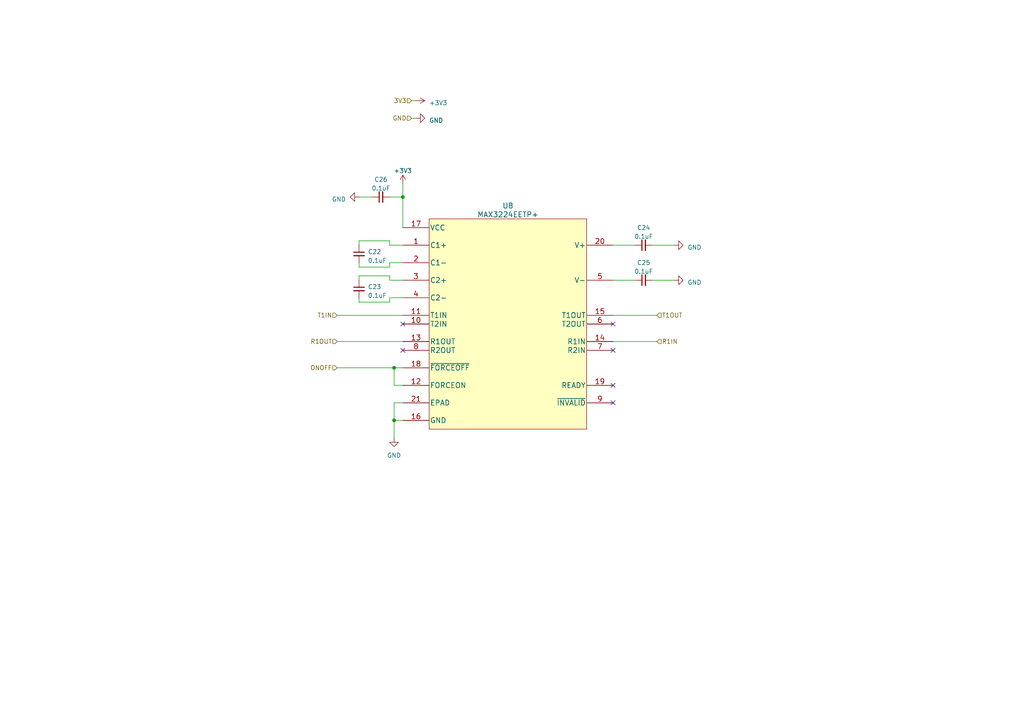
<source format=kicad_sch>
(kicad_sch (version 20230121) (generator eeschema)
  (paper "A4")
  (lib_symbols
    (symbol "Device:C_Small" (pin_numbers hide) (pin_names (offset 0.254) hide)
      (property "Reference" "C" (at 0.254 1.778 0))
      (property "Value" "C_Small" (at 0.254 -2.032 0))
      (symbol "C_Small_0_1"
        (polyline (pts (xy -1.524 -0.508) (xy 1.524 -0.508)) (stroke (width 0.3302)))
        (polyline (pts (xy -1.524 0.508) (xy 1.524 0.508)) (stroke (width 0.3048)))
      )
      (symbol "C_Small_1_1"
        (pin passive line (at 0 2.54 270) (length 2.032) (name "~") (number "1"))
        (pin passive line (at 0 -2.54 90) (length 2.032) (name "~") (number "2"))
      )
    )
    (symbol "asvco2-board:MAX3224EETP+" (pin_names (offset 0.254))
      (property "Reference" "U8" (at 30.48 6.35 0))
      (property "Value" "MAX3224EETP+" (at 30.48 3.81 0))
      (symbol "MAX3224EETP+_1_1"
        (rectangle (start 7.62 2.54) (end 53.34 -58.42) (fill (type background)))
        (pin power_out line (at 0 -5.08 0) (length 7.62) (name "C1+") (number "1"))
        (pin input line (at 0 -27.94 0) (length 7.62) (name "T2IN") (number "10"))
        (pin input line (at 0 -25.4 0) (length 7.62) (name "T1IN") (number "11"))
        (pin input line (at 0 -45.72 0) (length 7.62) (name "FORCEON") (number "12"))
        (pin output line (at 0 -33.02 0) (length 7.62) (name "R1OUT") (number "13"))
        (pin input line (at 60.96 -33.02 180) (length 7.62) (name "R1IN") (number "14"))
        (pin output line (at 60.96 -25.4 180) (length 7.62) (name "T1OUT") (number "15"))
        (pin power_in line (at 0 -55.88 0) (length 7.62) (name "GND") (number "16"))
        (pin power_in line (at 0 0 0) (length 7.62) (name "VCC") (number "17"))
        (pin input line (at 0 -40.64 0) (length 7.62) (name "~{FORCEOFF}") (number "18"))
        (pin output line (at 60.96 -45.72 180) (length 7.62) (name "READY") (number "19"))
        (pin power_out line (at 0 -10.16 0) (length 7.62) (name "C1-") (number "2"))
        (pin power_out line (at 60.96 -5.08 180) (length 7.62) (name "V+") (number "20"))
        (pin passive line (at 0 -50.8 0) (length 7.62) (name "EPAD") (number "21"))
        (pin power_out line (at 0 -15.24 0) (length 7.62) (name "C2+") (number "3"))
        (pin power_out line (at 0 -20.32 0) (length 7.62) (name "C2-") (number "4"))
        (pin power_out line (at 60.96 -15.24 180) (length 7.62) (name "V-") (number "5"))
        (pin output line (at 60.96 -27.94 180) (length 7.62) (name "T2OUT") (number "6"))
        (pin input line (at 60.96 -35.56 180) (length 7.62) (name "R2IN") (number "7"))
        (pin output line (at 0 -35.56 0) (length 7.62) (name "R2OUT") (number "8"))
        (pin output line (at 60.96 -50.8 180) (length 7.62) (name "~{INVALID}") (number "9"))
      )
    )
    (symbol "power:+3V3" (power) (pin_names (offset 0))
      (property "Value" "+3V3" (at 0 3.556 0))
      (symbol "+3V3_0_1"
        (polyline (pts (xy -0.762 1.27) (xy 0 2.54)))
        (polyline (pts (xy 0 0) (xy 0 2.54)))
        (polyline (pts (xy 0 2.54) (xy 0.762 1.27)))
      )
      (symbol "+3V3_1_1"
        (pin power_in line (at 0 0 90) (length 0) hide (name "+3V3") (number "1"))
      )
    )
    (symbol "power:GND" (power) (pin_names (offset 0))
      (property "Value" "GND" (at 0 -3.81 0))
      (symbol "GND_0_1"
        (polyline (pts (xy 0 0) (xy 0 -1.27) (xy 1.27 -1.27) (xy 0 -2.54) (xy -1.27 -1.27) (xy 0 -1.27)))
      )
      (symbol "GND_1_1"
        (pin power_in line (at 0 0 270) (length 0) hide (name "GND") (number "1"))
      )
    )
  )
  (junction (at 116.84 57.15))
  (junction (at 114.3 106.68))
  (junction (at 114.3 121.92))
  (no_connect (at 116.84 93.98))
  (no_connect (at 116.84 101.6))
  (no_connect (at 177.8 101.6))
  (no_connect (at 177.8 111.76))
  (no_connect (at 177.8 93.98))
  (no_connect (at 177.8 116.84))
  (wire (pts (xy 104.14 69.85) (xy 113.03 69.85)))
  (wire (pts (xy 113.03 87.63) (xy 104.14 87.63)))
  (wire (pts (xy 113.03 69.85) (xy 113.03 71.12)))
  (wire (pts (xy 97.79 106.68) (xy 114.3 106.68)))
  (wire (pts (xy 114.3 121.92) (xy 116.84 121.92)))
  (wire (pts (xy 97.79 91.44) (xy 116.84 91.44)))
  (wire (pts (xy 114.3 106.68) (xy 116.84 106.68)))
  (wire (pts (xy 114.3 116.84) (xy 114.3 121.92)))
  (wire (pts (xy 114.3 111.76) (xy 116.84 111.76)))
  (wire (pts (xy 114.3 116.84) (xy 116.84 116.84)))
  (wire (pts (xy 113.03 86.36) (xy 113.03 87.63)))
  (wire (pts (xy 97.79 99.06) (xy 116.84 99.06)))
  (wire (pts (xy 113.03 57.15) (xy 116.84 57.15)))
  (wire (pts (xy 116.84 86.36) (xy 113.03 86.36)))
  (wire (pts (xy 114.3 121.92) (xy 114.3 127)))
  (wire (pts (xy 113.03 80.01) (xy 113.03 81.28)))
  (wire (pts (xy 116.84 53.34) (xy 116.84 57.15)))
  (wire (pts (xy 116.84 57.15) (xy 116.84 66.04)))
  (wire (pts (xy 116.84 76.2) (xy 113.03 76.2)))
  (wire (pts (xy 177.8 99.06) (xy 190.5 99.06)))
  (wire (pts (xy 104.14 71.12) (xy 104.14 69.85)))
  (wire (pts (xy 104.14 81.28) (xy 104.14 80.01)))
  (wire (pts (xy 114.3 106.68) (xy 114.3 111.76)))
  (wire (pts (xy 104.14 57.15) (xy 107.95 57.15)))
  (wire (pts (xy 113.03 71.12) (xy 116.84 71.12)))
  (wire (pts (xy 189.23 71.12) (xy 195.58 71.12)))
  (wire (pts (xy 113.03 77.47) (xy 104.14 77.47)))
  (wire (pts (xy 119.38 29.21) (xy 120.65 29.21)))
  (wire (pts (xy 113.03 76.2) (xy 113.03 77.47)))
  (wire (pts (xy 177.8 91.44) (xy 190.5 91.44)))
  (wire (pts (xy 104.14 80.01) (xy 113.03 80.01)))
  (wire (pts (xy 177.8 71.12) (xy 184.15 71.12)))
  (wire (pts (xy 189.23 81.28) (xy 195.58 81.28)))
  (wire (pts (xy 119.38 34.29) (xy 120.65 34.29)))
  (wire (pts (xy 104.14 77.47) (xy 104.14 76.2)))
  (wire (pts (xy 177.8 81.28) (xy 184.15 81.28)))
  (wire (pts (xy 104.14 87.63) (xy 104.14 86.36)))
  (wire (pts (xy 113.03 81.28) (xy 116.84 81.28)))
  (hierarchical_label "T1IN" (shape input) (at 97.79 91.44 180))
  (hierarchical_label "ONOFF" (shape input) (at 97.79 106.68 180))
  (hierarchical_label "R1IN" (shape input) (at 190.5 99.06 0))
  (hierarchical_label "T1OUT" (shape input) (at 190.5 91.44 0))
  (hierarchical_label "3V3" (shape input) (at 119.38 29.21 180))
  (hierarchical_label "R1OUT" (shape input) (at 97.79 99.06 180))
  (hierarchical_label "GND" (shape input) (at 119.38 34.29 180))
  (symbol (lib_id "asvco2-board:MAX3224EETP+") (at 116.84 66.04 0) (unit 1)
    (property "Reference" "U8" (at 147.32 59.69 0) (effects (font (size 1.524 1.524))))
    (property "Value" "MAX3224EETP+" (at 147.32 62.23 0) (effects (font (size 1.524 1.524))))
    (property "Footprint" "asvco2-board:MAX3224EETP+" (effects hide))
    (property "MPN" "MAX3224EETP+" (effects hide))
  )
  (symbol (lib_id "power:GND") (at 195.58 71.12 90) (unit 1)
    (property "Reference" "#PWR057" (effects hide))
    (property "Value" "GND" (at 199.39 71.755 90) (effects (justify right)))
  )
  (symbol (lib_id "power:+3V3") (at 116.84 53.34 0) (unit 1)
    (property "Reference" "#PWR066" (effects hide))
    (property "Value" "+3V3" (at 116.84 49.53 0))
  )
  (symbol (lib_id "power:GND") (at 104.14 57.15 270) (unit 1)
    (property "Reference" "#PWR068" (effects hide))
    (property "Value" "GND" (at 100.33 57.785 90) (effects (justify right)))
  )
  (symbol (lib_id "power:GND") (at 114.3 127 0) (unit 1)
    (property "Reference" "#PWR056" (effects hide))
    (property "Value" "GND" (at 114.3 132.08 0))
  )
  (symbol (lib_id "power:+3V3") (at 120.65 29.21 270) (unit 1)
    (property "Reference" "#PWR067" (effects hide))
    (property "Value" "+3V3" (at 124.46 29.845 90) (effects (justify left)))
  )
  (symbol (lib_id "Device:C_Small") (at 186.69 81.28 90) (unit 1)
    (property "Reference" "C25" (at 186.6963 76.2 90))
    (property "Value" "0.1uF" (at 186.6963 78.74 90))
    (property "Footprint" "Capacitor_SMD:C_0603_1608Metric_Pad1.08x0.95mm_HandSolder" (effects hide))
    (property "MPN" "C0603X104K5RAC7867" (effects hide))
  )
  (symbol (lib_id "power:GND") (at 195.58 81.28 90) (unit 1)
    (property "Reference" "#PWR059" (effects hide))
    (property "Value" "GND" (at 199.39 81.915 90) (effects (justify right)))
  )
  (symbol (lib_id "Device:C_Small") (at 110.49 57.15 90) (unit 1)
    (property "Reference" "C26" (at 110.4963 52.07 90))
    (property "Value" "0.1uF" (at 110.4963 54.61 90))
    (property "Footprint" "Capacitor_SMD:C_0603_1608Metric_Pad1.08x0.95mm_HandSolder" (effects hide))
    (property "MPN" "C0603X104K5RAC7867" (effects hide))
  )
  (symbol (lib_id "Device:C_Small") (at 186.69 71.12 90) (unit 1)
    (property "Reference" "C24" (at 186.6963 66.04 90))
    (property "Value" "0.1uF" (at 186.6963 68.58 90))
    (property "Footprint" "Capacitor_SMD:C_0603_1608Metric_Pad1.08x0.95mm_HandSolder" (effects hide))
    (property "MPN" "C0603X104K5RAC7867" (effects hide))
  )
  (symbol (lib_id "Device:C_Small") (at 104.14 83.82 0) (unit 1)
    (property "Reference" "C23" (at 106.68 83.1913 0) (effects (justify left)))
    (property "Value" "0.1uF" (at 106.68 85.7313 0) (effects (justify left)))
    (property "Footprint" "Capacitor_SMD:C_0603_1608Metric_Pad1.08x0.95mm_HandSolder" (effects hide))
    (property "MPN" "C0603X104K5RAC7867" (effects hide))
  )
  (symbol (lib_id "Device:C_Small") (at 104.14 73.66 0) (unit 1)
    (property "Reference" "C22" (at 106.68 73.0313 0) (effects (justify left)))
    (property "Value" "0.1uF" (at 106.68 75.5713 0) (effects (justify left)))
    (property "Footprint" "Capacitor_SMD:C_0603_1608Metric_Pad1.08x0.95mm_HandSolder" (effects hide))
    (property "MPN" "C0603X104K5RAC7867" (effects hide))
  )
  (symbol (lib_id "power:GND") (at 120.65 34.29 90) (unit 1)
    (property "Reference" "#PWR058" (effects hide))
    (property "Value" "GND" (at 124.46 34.925 90) (effects (justify right)))
  )
)
</source>
